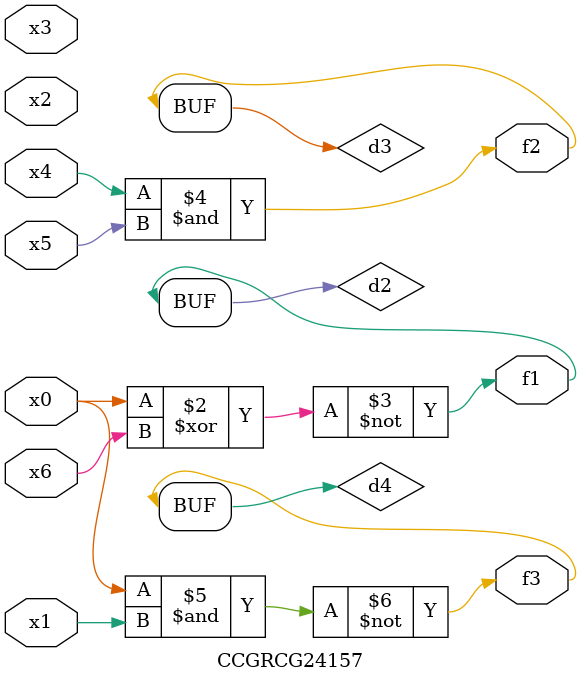
<source format=v>
module CCGRCG24157(
	input x0, x1, x2, x3, x4, x5, x6,
	output f1, f2, f3
);

	wire d1, d2, d3, d4;

	nor (d1, x0);
	xnor (d2, x0, x6);
	and (d3, x4, x5);
	nand (d4, x0, x1);
	assign f1 = d2;
	assign f2 = d3;
	assign f3 = d4;
endmodule

</source>
